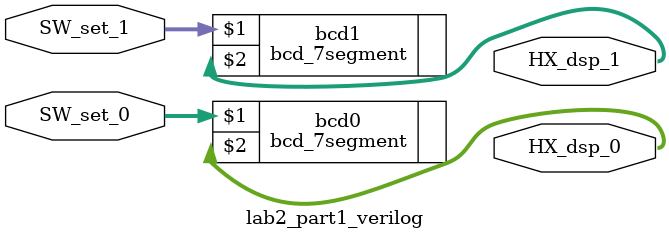
<source format=v>
module lab2_part1_verilog(

		input 	  [3:0] SW_set_0,
		input 	  [3:0] SW_set_1,
		output reg [3:0] HX_dsp_0,
		output reg [3:0] HX_dsp_1
);

		bcd_7segment	bcd0(SW_set_0, HX_dsp_0);
		bcd_7segment	bcd1(SW_set_1, HX_dsp_1);

endmodule
</source>
